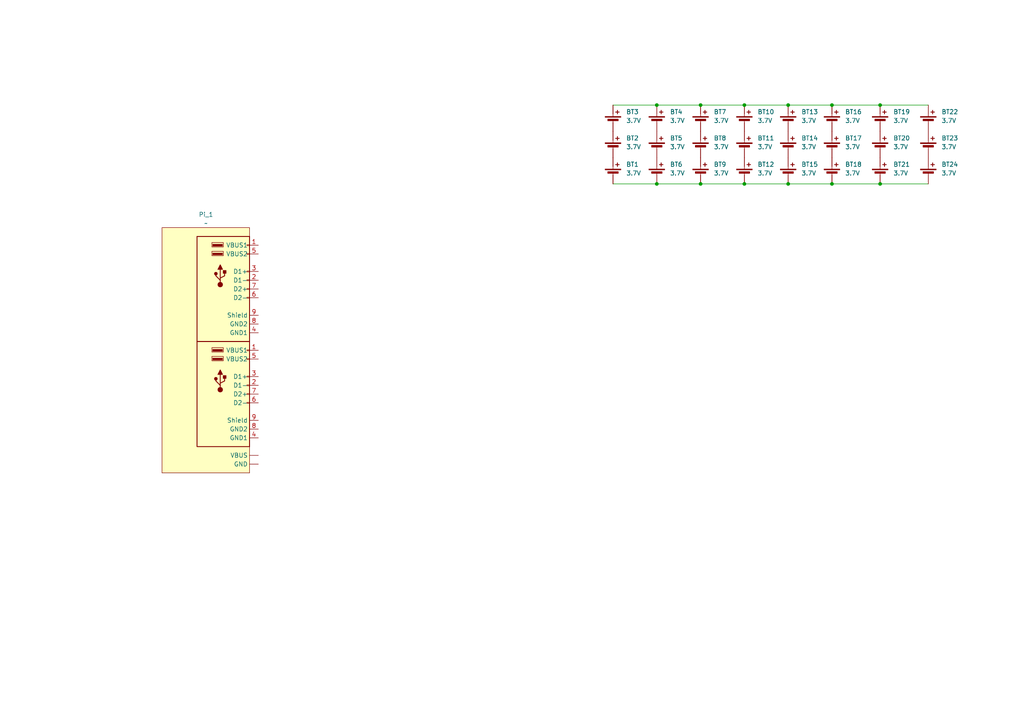
<source format=kicad_sch>
(kicad_sch (version 20231120) (generator "eeschema") (generator_version "8.0")
  (paper "A4")
  (lib_symbols
    (symbol "Device:Battery_Cell" (pin_numbers hide) (pin_names (offset 0) hide)
      (property "Reference" "BT" (at 2.54 2.54 0))
      (property "Value" "Battery_Cell" (at 2.54 0 0))
      (symbol "Battery_Cell_0_1"
        (rectangle (start -2.286 1.778) (end 2.286 1.524) (fill (type outline)))
        (rectangle (start -1.524 1.016) (end 1.524 0.508) (fill (type outline)))
        (polyline (pts (xy 0 0.762) (xy 0 0)))
        (polyline (pts (xy 0 1.778) (xy 0 2.54)))
        (polyline (pts (xy 0.762 3.048) (xy 1.778 3.048)) (stroke (width 0.254)))
        (polyline (pts (xy 1.27 3.556) (xy 1.27 2.54)) (stroke (width 0.254)))
      )
      (symbol "Battery_Cell_1_1"
        (pin passive line (at 0 5.08 270) (length 2.54) (name "+") (number "1"))
        (pin passive line (at 0 -2.54 90) (length 2.54) (name "-") (number "2"))
      )
    )
    (symbol "[TT]Library:PI_5"
      (property "Reference" "Pi_5" (at 0.508 -2.286 0))
      (symbol "PI_5_0_1"
        (rectangle (start -5.08 35.56) (end 20.32 -35.56) (fill (type background)))
        (polyline (pts (xy 11.176 -6.985) (xy 12.446 -6.985) (xy 11.811 -5.715) (xy 11.176 -6.985)) (stroke (width 0.254)) (fill (type outline)))
        (polyline (pts (xy 11.176 23.495) (xy 12.446 23.495) (xy 11.811 24.765) (xy 11.176 23.495)) (stroke (width 0.254)) (fill (type outline)))
        (polyline (pts (xy 11.811 -10.795) (xy 11.811 -10.16) (xy 10.541 -8.89) (xy 10.541 -8.255)) (stroke (width 0.254)))
        (polyline (pts (xy 11.811 -10.16) (xy 11.811 -9.525) (xy 13.081 -8.89) (xy 13.081 -7.62)) (stroke (width 0.254)))
        (polyline (pts (xy 11.811 19.685) (xy 11.811 20.32) (xy 10.541 21.59) (xy 10.541 22.225)) (stroke (width 0.254)))
        (polyline (pts (xy 11.811 20.32) (xy 11.811 20.955) (xy 13.081 21.59) (xy 13.081 22.86)) (stroke (width 0.254)))
        (rectangle (start 5.08 2.54) (end 20.32 -27.94) (stroke (width 0.254)) (fill (type background)))
        (rectangle (start 5.08 33.02) (end 20.32 2.54) (stroke (width 0.254)) (fill (type background)))
        (circle (center 10.541 -8.255) (radius 0.381) (stroke (width 0.254)) (fill (type outline)))
        (circle (center 10.541 22.225) (radius 0.381) (stroke (width 0.254)) (fill (type outline)))
        (circle (center 11.811 -11.43) (radius 0.635) (stroke (width 0.254)) (fill (type outline)))
        (circle (center 11.811 19.05) (radius 0.635) (stroke (width 0.254)) (fill (type outline)))
        (rectangle (start 12.446 -2.794) (end 9.652 -2.286) (fill (type outline)))
        (rectangle (start 12.446 -0.254) (end 9.652 0.254) (fill (type outline)))
        (rectangle (start 12.446 27.686) (end 9.652 28.194) (fill (type outline)))
        (rectangle (start 12.446 30.226) (end 9.652 30.734) (fill (type outline)))
        (rectangle (start 12.7 -7.366) (end 13.462 -8.128) (stroke (width 0.254)) (fill (type outline)))
        (rectangle (start 12.7 -3.048) (end 9.398 -1.778))
        (rectangle (start 12.7 -0.508) (end 9.398 0.762))
        (rectangle (start 12.7 23.114) (end 13.462 22.352) (stroke (width 0.254)) (fill (type outline)))
        (rectangle (start 12.7 27.432) (end 9.398 28.702))
        (rectangle (start 12.7 29.972) (end 9.398 31.242))
        (rectangle (start 20.32 -15.367) (end 19.558 -15.113))
        (rectangle (start 20.32 -12.827) (end 19.558 -12.573))
        (rectangle (start 20.32 -10.287) (end 19.558 -10.033))
        (rectangle (start 20.32 -7.747) (end 19.558 -7.493))
        (rectangle (start 20.32 -2.667) (end 19.558 -2.413))
        (rectangle (start 20.32 -0.127) (end 19.558 0.127))
        (rectangle (start 20.32 15.113) (end 19.558 15.367))
        (rectangle (start 20.32 17.653) (end 19.558 17.907))
        (rectangle (start 20.32 20.193) (end 19.558 20.447))
        (rectangle (start 20.32 22.733) (end 19.558 22.987))
        (rectangle (start 20.32 27.813) (end 19.558 28.067))
        (rectangle (start 20.32 30.353) (end 19.558 30.607))
      )
      (symbol "PI_5_1_1"
        (polyline (pts (xy 11.811 -9.525) (xy 11.811 -6.985)) (stroke (width 0.254)))
        (polyline (pts (xy 11.811 20.955) (xy 11.811 23.495)) (stroke (width 0.254)))
        (pin power_in line (at 22.86 -33.02 180) (length 2.54) (name "GND") (number ""))
        (pin power_in line (at 22.86 -30.48 180) (length 2.54) (name "VBUS") (number ""))
        (pin power_in line (at 22.86 0 180) (length 2.54) (name "VBUS1") (number "1"))
        (pin power_in line (at 22.86 30.48 180) (length 2.54) (name "VBUS1") (number "1"))
        (pin bidirectional line (at 22.86 -10.16 180) (length 2.54) (name "D1-") (number "2"))
        (pin bidirectional line (at 22.86 20.32 180) (length 2.54) (name "D1-") (number "2"))
        (pin bidirectional line (at 22.86 -7.62 180) (length 2.54) (name "D1+") (number "3"))
        (pin bidirectional line (at 22.86 22.86 180) (length 2.54) (name "D1+") (number "3"))
        (pin power_in line (at 22.86 -25.4 180) (length 2.54) (name "GND1") (number "4"))
        (pin power_in line (at 22.86 5.08 180) (length 2.54) (name "GND1") (number "4"))
        (pin power_in line (at 22.86 -2.54 180) (length 2.54) (name "VBUS2") (number "5"))
        (pin power_in line (at 22.86 27.94 180) (length 2.54) (name "VBUS2") (number "5"))
        (pin bidirectional line (at 22.86 -15.24 180) (length 2.54) (name "D2-") (number "6"))
        (pin bidirectional line (at 22.86 15.24 180) (length 2.54) (name "D2-") (number "6"))
        (pin bidirectional line (at 22.86 -12.7 180) (length 2.54) (name "D2+") (number "7"))
        (pin bidirectional line (at 22.86 17.78 180) (length 2.54) (name "D2+") (number "7"))
        (pin power_in line (at 22.86 -22.86 180) (length 2.54) (name "GND2") (number "8"))
        (pin power_in line (at 22.86 7.62 180) (length 2.54) (name "GND2") (number "8"))
        (pin passive line (at 22.86 -20.32 180) (length 2.54) (name "Shield") (number "9"))
        (pin passive line (at 22.86 10.16 180) (length 2.54) (name "Shield") (number "9"))
      )
    )
  )
  (junction (at 228.6 53.34))
  (junction (at 215.9 53.34))
  (junction (at 215.9 30.48))
  (junction (at 241.3 30.48))
  (junction (at 255.27 30.48))
  (junction (at 241.3 53.34))
  (junction (at 203.2 53.34))
  (junction (at 203.2 30.48))
  (junction (at 228.6 30.48))
  (junction (at 190.5 53.34))
  (junction (at 255.27 53.34))
  (junction (at 190.5 30.48))
  (wire (pts (xy 255.27 53.34) (xy 269.24 53.34)))
  (wire (pts (xy 190.5 30.48) (xy 203.2 30.48)))
  (wire (pts (xy 228.6 53.34) (xy 241.3 53.34)))
  (wire (pts (xy 241.3 30.48) (xy 255.27 30.48)))
  (wire (pts (xy 228.6 30.48) (xy 241.3 30.48)))
  (wire (pts (xy 215.9 53.34) (xy 228.6 53.34)))
  (wire (pts (xy 215.9 30.48) (xy 228.6 30.48)))
  (wire (pts (xy 190.5 53.34) (xy 203.2 53.34)))
  (wire (pts (xy 255.27 30.48) (xy 269.24 30.48)))
  (wire (pts (xy 177.8 30.48) (xy 190.5 30.48)))
  (wire (pts (xy 241.3 53.34) (xy 255.27 53.34)))
  (wire (pts (xy 203.2 30.48) (xy 215.9 30.48)))
  (wire (pts (xy 177.8 53.34) (xy 190.5 53.34)))
  (wire (pts (xy 203.2 53.34) (xy 215.9 53.34)))
  (symbol (lib_id "Device:Battery_Cell") (at 269.24 50.8 0) (unit 1)
    (property "Reference" "BT24" (at 273.05 47.6884 0) (effects (justify left)))
    (property "Value" "3.7V" (at 273.05 50.2284 0) (effects (justify left)))
    (property "Description" "Single-cell battery" (effects (hide yes)))
  )
  (symbol (lib_id "Device:Battery_Cell") (at 269.24 35.56 0) (unit 1)
    (property "Reference" "BT22" (at 273.05 32.4484 0) (effects (justify left)))
    (property "Value" "3.7V" (at 273.05 34.9884 0) (effects (justify left)))
    (property "Description" "Single-cell battery" (effects (hide yes)))
  )
  (symbol (lib_id "Device:Battery_Cell") (at 269.24 43.18 0) (unit 1)
    (property "Reference" "BT23" (at 273.05 40.0684 0) (effects (justify left)))
    (property "Value" "3.7V" (at 273.05 42.6084 0) (effects (justify left)))
    (property "Description" "Single-cell battery" (effects (hide yes)))
  )
  (symbol (lib_id "Device:Battery_Cell") (at 203.2 50.8 0) (unit 1)
    (property "Reference" "BT9" (at 207.01 47.6884 0) (effects (justify left)))
    (property "Value" "3.7V" (at 207.01 50.2284 0) (effects (justify left)))
    (property "Description" "Single-cell battery" (effects (hide yes)))
  )
  (symbol (lib_id "Device:Battery_Cell") (at 241.3 35.56 0) (unit 1)
    (property "Reference" "BT16" (at 245.11 32.4484 0) (effects (justify left)))
    (property "Value" "3.7V" (at 245.11 34.9884 0) (effects (justify left)))
    (property "Description" "Single-cell battery" (effects (hide yes)))
  )
  (symbol (lib_id "Device:Battery_Cell") (at 203.2 43.18 0) (unit 1)
    (property "Reference" "BT8" (at 207.01 40.0684 0) (effects (justify left)))
    (property "Value" "3.7V" (at 207.01 42.6084 0) (effects (justify left)))
    (property "Description" "Single-cell battery" (effects (hide yes)))
  )
  (symbol (lib_id "Device:Battery_Cell") (at 190.5 35.56 0) (unit 1)
    (property "Reference" "BT4" (at 194.31 32.4484 0) (effects (justify left)))
    (property "Value" "3.7V" (at 194.31 34.9884 0) (effects (justify left)))
    (property "Description" "Single-cell battery" (effects (hide yes)))
  )
  (symbol (lib_id "Device:Battery_Cell") (at 190.5 50.8 0) (unit 1)
    (property "Reference" "BT6" (at 194.31 47.6884 0) (effects (justify left)))
    (property "Value" "3.7V" (at 194.31 50.2284 0) (effects (justify left)))
    (property "Description" "Single-cell battery" (effects (hide yes)))
  )
  (symbol (lib_id "Device:Battery_Cell") (at 255.27 50.8 0) (unit 1)
    (property "Reference" "BT21" (at 259.08 47.6884 0) (effects (justify left)))
    (property "Value" "3.7V" (at 259.08 50.2284 0) (effects (justify left)))
    (property "Description" "Single-cell battery" (effects (hide yes)))
  )
  (symbol (lib_id "Device:Battery_Cell") (at 177.8 43.18 0) (unit 1)
    (property "Reference" "BT2" (at 181.61 40.0684 0) (effects (justify left)))
    (property "Value" "3.7V" (at 181.61 42.6084 0) (effects (justify left)))
    (property "Description" "Single-cell battery" (effects (hide yes)))
  )
  (symbol (lib_id "Device:Battery_Cell") (at 215.9 35.56 0) (unit 1)
    (property "Reference" "BT10" (at 219.71 32.4484 0) (effects (justify left)))
    (property "Value" "3.7V" (at 219.71 34.9884 0) (effects (justify left)))
    (property "Description" "Single-cell battery" (effects (hide yes)))
  )
  (symbol (lib_id "Device:Battery_Cell") (at 203.2 35.56 0) (unit 1)
    (property "Reference" "BT7" (at 207.01 32.4484 0) (effects (justify left)))
    (property "Value" "3.7V" (at 207.01 34.9884 0) (effects (justify left)))
    (property "Description" "Single-cell battery" (effects (hide yes)))
  )
  (symbol (lib_id "Device:Battery_Cell") (at 241.3 50.8 0) (unit 1)
    (property "Reference" "BT18" (at 245.11 47.6884 0) (effects (justify left)))
    (property "Value" "3.7V" (at 245.11 50.2284 0) (effects (justify left)))
    (property "Description" "Single-cell battery" (effects (hide yes)))
  )
  (symbol (lib_id "Device:Battery_Cell") (at 228.6 43.18 0) (unit 1)
    (property "Reference" "BT14" (at 232.41 40.0684 0) (effects (justify left)))
    (property "Value" "3.7V" (at 232.41 42.6084 0) (effects (justify left)))
    (property "Description" "Single-cell battery" (effects (hide yes)))
  )
  (symbol (lib_id "Device:Battery_Cell") (at 228.6 35.56 0) (unit 1)
    (property "Reference" "BT13" (at 232.41 32.4484 0) (effects (justify left)))
    (property "Value" "3.7V" (at 232.41 34.9884 0) (effects (justify left)))
    (property "Description" "Single-cell battery" (effects (hide yes)))
  )
  (symbol (lib_id "Device:Battery_Cell") (at 177.8 35.56 0) (unit 1)
    (property "Reference" "BT3" (at 181.61 32.4484 0) (effects (justify left)))
    (property "Value" "3.7V" (at 181.61 34.9884 0) (effects (justify left)))
    (property "Description" "Single-cell battery" (effects (hide yes)))
  )
  (symbol (lib_id "Device:Battery_Cell") (at 190.5 43.18 0) (unit 1)
    (property "Reference" "BT5" (at 194.31 40.0684 0) (effects (justify left)))
    (property "Value" "3.7V" (at 194.31 42.6084 0) (effects (justify left)))
    (property "Description" "Single-cell battery" (effects (hide yes)))
  )
  (symbol (lib_id "Device:Battery_Cell") (at 228.6 50.8 0) (unit 1)
    (property "Reference" "BT15" (at 232.41 47.6884 0) (effects (justify left)))
    (property "Value" "3.7V" (at 232.41 50.2284 0) (effects (justify left)))
    (property "Description" "Single-cell battery" (effects (hide yes)))
  )
  (symbol (lib_id "[TT]Library:PI_5") (at 52.07 101.6 0) (unit 1)
    (property "Reference" "Pi_1" (at 59.7535 62.23 0))
    (property "Value" "~" (at 59.7535 64.77 0))
  )
  (symbol (lib_id "Device:Battery_Cell") (at 177.8 50.8 0) (unit 1)
    (property "Reference" "BT1" (at 181.61 47.6884 0) (effects (justify left)))
    (property "Value" "3.7V" (at 181.61 50.2284 0) (effects (justify left)))
    (property "Description" "Single-cell battery" (effects (hide yes)))
  )
  (symbol (lib_id "Device:Battery_Cell") (at 255.27 35.56 0) (unit 1)
    (property "Reference" "BT19" (at 259.08 32.4484 0) (effects (justify left)))
    (property "Value" "3.7V" (at 259.08 34.9884 0) (effects (justify left)))
    (property "Description" "Single-cell battery" (effects (hide yes)))
  )
  (symbol (lib_id "Device:Battery_Cell") (at 215.9 50.8 0) (unit 1)
    (property "Reference" "BT12" (at 219.71 47.6884 0) (effects (justify left)))
    (property "Value" "3.7V" (at 219.71 50.2284 0) (effects (justify left)))
    (property "Description" "Single-cell battery" (effects (hide yes)))
  )
  (symbol (lib_id "Device:Battery_Cell") (at 255.27 43.18 0) (unit 1)
    (property "Reference" "BT20" (at 259.08 40.0684 0) (effects (justify left)))
    (property "Value" "3.7V" (at 259.08 42.6084 0) (effects (justify left)))
    (property "Description" "Single-cell battery" (effects (hide yes)))
  )
  (symbol (lib_id "Device:Battery_Cell") (at 215.9 43.18 0) (unit 1)
    (property "Reference" "BT11" (at 219.71 40.0684 0) (effects (justify left)))
    (property "Value" "3.7V" (at 219.71 42.6084 0) (effects (justify left)))
    (property "Description" "Single-cell battery" (effects (hide yes)))
  )
  (symbol (lib_id "Device:Battery_Cell") (at 241.3 43.18 0) (unit 1)
    (property "Reference" "BT17" (at 245.11 40.0684 0) (effects (justify left)))
    (property "Value" "3.7V" (at 245.11 42.6084 0) (effects (justify left)))
    (property "Description" "Single-cell battery" (effects (hide yes)))
  )
)
</source>
